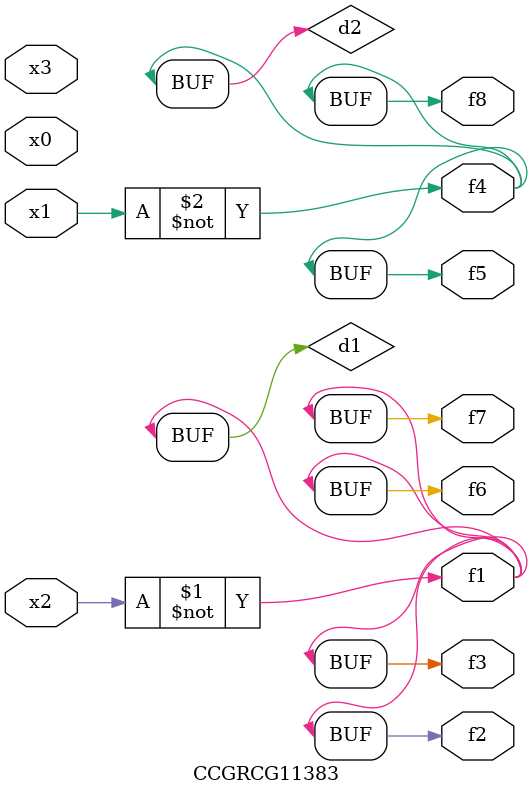
<source format=v>
module CCGRCG11383(
	input x0, x1, x2, x3,
	output f1, f2, f3, f4, f5, f6, f7, f8
);

	wire d1, d2;

	xnor (d1, x2);
	not (d2, x1);
	assign f1 = d1;
	assign f2 = d1;
	assign f3 = d1;
	assign f4 = d2;
	assign f5 = d2;
	assign f6 = d1;
	assign f7 = d1;
	assign f8 = d2;
endmodule

</source>
